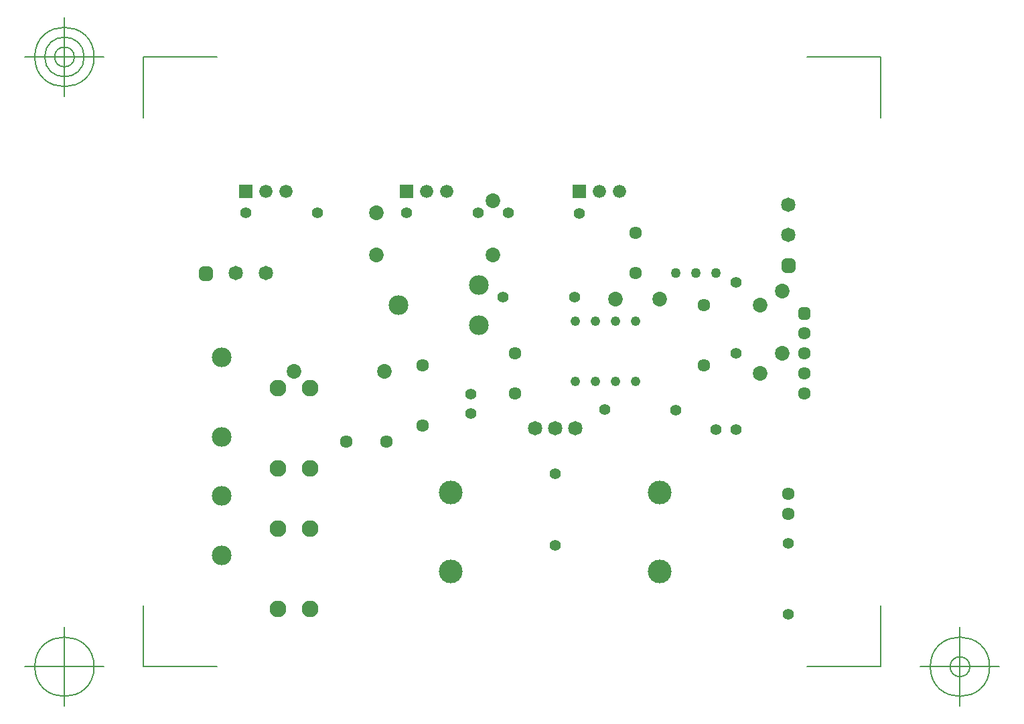
<source format=gbr>
G04 Generated by Ultiboard 14.1 *
%FSLAX34Y34*%
%MOMM*%

%ADD10C,0.0001*%
%ADD11C,0.1270*%
%ADD12C,2.4978*%
%ADD13C,2.1168*%
%ADD14C,3.0000*%
%ADD15C,1.6088*%
%ADD16C,1.8202*%
%ADD17C,1.4000*%
%ADD18C,1.2446*%
%ADD19R,0.5291X0.5291*%
%ADD20C,0.9949*%
%ADD21R,0.6985X0.6985*%
%ADD22C,1.1006*%
%ADD23C,1.6764*%
%ADD24R,1.6764X1.6764*%
%ADD25C,1.8556*%
%ADD26C,1.2700*%


G04 ColorRGB 9900CC for the following layer *
%LNSolder Mask Bottom*%
%LPD*%
G54D10*
G54D11*
X-27872Y-45720D02*
X-27872Y31437D01*
X-27872Y-45720D02*
X65339Y-45720D01*
X904240Y-45720D02*
X811029Y-45720D01*
X904240Y-45720D02*
X904240Y31437D01*
X904240Y725851D02*
X904240Y648694D01*
X904240Y725851D02*
X811029Y725851D01*
X-27872Y725851D02*
X65339Y725851D01*
X-27872Y725851D02*
X-27872Y648694D01*
X-77872Y-45720D02*
X-177872Y-45720D01*
X-127872Y-95720D02*
X-127872Y4280D01*
X-165372Y-45720D02*
G75*
D01*
G02X-165372Y-45720I37500J0*
G01*
X954240Y-45720D02*
X1054240Y-45720D01*
X1004240Y-95720D02*
X1004240Y4280D01*
X966740Y-45720D02*
G75*
D01*
G02X966740Y-45720I37500J0*
G01*
X991740Y-45720D02*
G75*
D01*
G02X991740Y-45720I12500J0*
G01*
X-77872Y725851D02*
X-177872Y725851D01*
X-127872Y675851D02*
X-127872Y775851D01*
X-165372Y725851D02*
G75*
D01*
G02X-165372Y725851I37500J0*
G01*
X-152872Y725851D02*
G75*
D01*
G02X-152872Y725851I25000J0*
G01*
X-140372Y725851D02*
G75*
D01*
G02X-140372Y725851I12500J0*
G01*
G54D12*
X71120Y345440D03*
X71120Y95462D03*
X71120Y245322D03*
X71120Y170392D03*
X396240Y436880D03*
X396240Y386080D03*
X294640Y411480D03*
G54D13*
X142240Y27300D03*
X142240Y128900D03*
X182880Y27300D03*
X182880Y128900D03*
X142240Y306700D03*
X142240Y205100D03*
X182880Y306700D03*
X182880Y205100D03*
G54D14*
X360680Y74620D03*
X360680Y174620D03*
X624840Y74620D03*
X624840Y174620D03*
G54D15*
X279400Y238760D03*
X228600Y238760D03*
X325120Y335280D03*
X325120Y259080D03*
X441960Y299720D03*
X441960Y350520D03*
X807720Y299720D03*
X807720Y375920D03*
X807720Y350520D03*
X807720Y325120D03*
X680720Y335280D03*
X680720Y411480D03*
X787400Y147320D03*
X787400Y172720D03*
X594360Y452120D03*
X594360Y502920D03*
G54D16*
X492760Y255900D03*
X467360Y255900D03*
X518160Y255900D03*
X88900Y452120D03*
X127000Y452120D03*
X787400Y500380D03*
X787400Y538480D03*
G54D17*
X386080Y299320D03*
X386080Y274320D03*
X555160Y279400D03*
X645160Y279300D03*
X516720Y421640D03*
X426720Y421740D03*
X695960Y254000D03*
X720960Y254000D03*
X721360Y440520D03*
X721260Y350520D03*
X433240Y528320D03*
X523240Y528220D03*
X394800Y528320D03*
X304800Y528420D03*
X191600Y528320D03*
X101600Y528420D03*
X787400Y110320D03*
X787300Y20320D03*
X492760Y108120D03*
X492860Y198120D03*
G54D18*
X518160Y391160D03*
X543560Y314960D03*
X594360Y314960D03*
X568960Y314960D03*
X594360Y391160D03*
X543560Y391160D03*
X568960Y391160D03*
X518160Y314960D03*
G54D19*
X807720Y401320D03*
G54D20*
X805075Y398675D02*
X810365Y398675D01*
X810365Y403965D01*
X805075Y403965D01*
X805075Y398675D01*D02*
G54D21*
X50800Y452120D03*
X787400Y462280D03*
G54D22*
X47308Y448628D02*
X54292Y448628D01*
X54292Y455612D01*
X47308Y455612D01*
X47308Y448628D01*D02*
X783908Y458788D02*
X790892Y458788D01*
X790892Y465772D01*
X783908Y465772D01*
X783908Y458788D01*D02*
G54D23*
X152131Y555889D03*
X126731Y555889D03*
X355600Y555889D03*
X330200Y555889D03*
X574040Y555889D03*
X548640Y555889D03*
G54D24*
X101331Y555889D03*
X304800Y555889D03*
X523240Y555889D03*
G54D25*
X779780Y350520D03*
X779780Y429260D03*
X751840Y411480D03*
X751840Y325120D03*
X162560Y327660D03*
X276860Y327660D03*
X568960Y419100D03*
X624840Y419100D03*
X414020Y543560D03*
X414020Y474980D03*
X266700Y474980D03*
X266700Y528320D03*
G54D26*
X645160Y452120D03*
X695960Y452120D03*
X670560Y452120D03*

M02*

</source>
